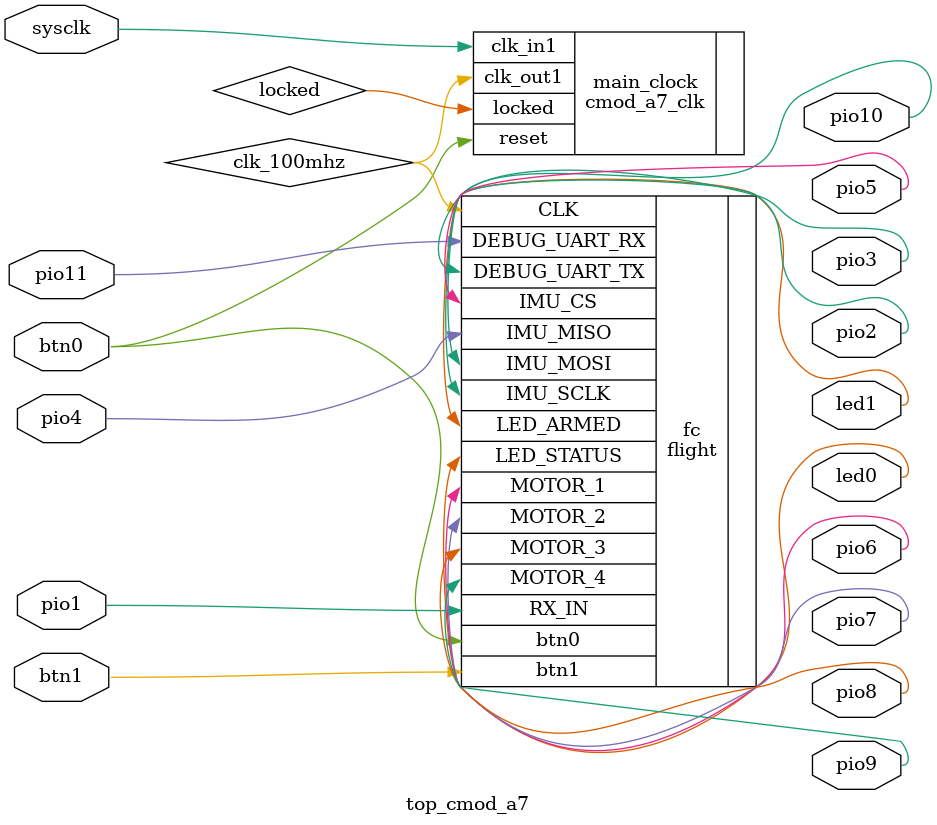
<source format=v>
`timescale 1 ns / 10 ps


module top_cmod_a7(
    input sysclk,
    input pio1,
    
    output pio2,
    output pio3,
    input pio4,
    output pio5,
    
    output pio6,
    output pio7,
    output pio8,
    output pio9,
    output pio10,
    input pio11,
    
    output led0,
    output led1,
    
    input btn0,
    input btn1
    );
    
  wire clk_100mhz;
  
  cmod_a7_clk main_clock
  (
  .clk_out1(clk_100mhz),           
  .reset(btn0), 
  .locked(locked),
  .clk_in1(sysclk)
  );
  
    
 flight #(
    .BASE_FREQ(100_000_000)
    ) fc (
    .CLK(clk_100mhz),
    .RX_IN(pio1),
    .IMU_SCLK(pio2),
    .IMU_MOSI(pio3),
    .IMU_MISO(pio4),
    .IMU_CS(pio5),
    
    .MOTOR_1(pio6),
    .MOTOR_2(pio7),
    .MOTOR_3(pio8),
    .MOTOR_4(pio9),
    
    .DEBUG_UART_TX(pio10),
    .DEBUG_UART_RX(pio11),

    .LED_STATUS(led0),
    .LED_ARMED(led1),
    
    .btn0(btn0),
    .btn1(btn1)
 );
endmodule

</source>
